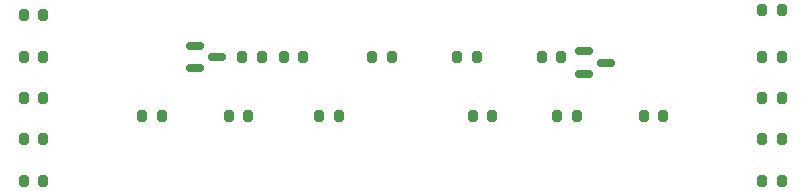
<source format=gbr>
%TF.GenerationSoftware,KiCad,Pcbnew,8.0.0*%
%TF.CreationDate,2024-03-24T17:38:24+02:00*%
%TF.ProjectId,Sensing1_0,53656e73-696e-4673-915f-302e6b696361,rev?*%
%TF.SameCoordinates,Original*%
%TF.FileFunction,Paste,Top*%
%TF.FilePolarity,Positive*%
%FSLAX46Y46*%
G04 Gerber Fmt 4.6, Leading zero omitted, Abs format (unit mm)*
G04 Created by KiCad (PCBNEW 8.0.0) date 2024-03-24 17:38:24*
%MOMM*%
%LPD*%
G01*
G04 APERTURE LIST*
G04 Aperture macros list*
%AMRoundRect*
0 Rectangle with rounded corners*
0 $1 Rounding radius*
0 $2 $3 $4 $5 $6 $7 $8 $9 X,Y pos of 4 corners*
0 Add a 4 corners polygon primitive as box body*
4,1,4,$2,$3,$4,$5,$6,$7,$8,$9,$2,$3,0*
0 Add four circle primitives for the rounded corners*
1,1,$1+$1,$2,$3*
1,1,$1+$1,$4,$5*
1,1,$1+$1,$6,$7*
1,1,$1+$1,$8,$9*
0 Add four rect primitives between the rounded corners*
20,1,$1+$1,$2,$3,$4,$5,0*
20,1,$1+$1,$4,$5,$6,$7,0*
20,1,$1+$1,$6,$7,$8,$9,0*
20,1,$1+$1,$8,$9,$2,$3,0*%
G04 Aperture macros list end*
%ADD10RoundRect,0.200000X-0.200000X-0.275000X0.200000X-0.275000X0.200000X0.275000X-0.200000X0.275000X0*%
%ADD11RoundRect,0.150000X-0.587500X-0.150000X0.587500X-0.150000X0.587500X0.150000X-0.587500X0.150000X0*%
G04 APERTURE END LIST*
D10*
%TO.C,R9*%
X97175000Y-53000000D03*
X98825000Y-53000000D03*
%TD*%
%TO.C,R21*%
X149675000Y-55000000D03*
X151325000Y-55000000D03*
%TD*%
%TO.C,R20*%
X149675000Y-51500000D03*
X151325000Y-51500000D03*
%TD*%
%TO.C,R19*%
X87175000Y-55000000D03*
X88825000Y-55000000D03*
%TD*%
%TO.C,R18*%
X149675000Y-48000000D03*
X151325000Y-48000000D03*
%TD*%
%TO.C,R17*%
X123850000Y-48000000D03*
X125500000Y-48000000D03*
%TD*%
%TO.C,R16*%
X116675000Y-48000000D03*
X118325000Y-48000000D03*
%TD*%
%TO.C,R15*%
X109175000Y-48000000D03*
X110825000Y-48000000D03*
%TD*%
%TO.C,R14*%
X149675000Y-58500000D03*
X151325000Y-58500000D03*
%TD*%
%TO.C,R13*%
X131000000Y-48000000D03*
X132650000Y-48000000D03*
%TD*%
%TO.C,R12*%
X87175000Y-44500000D03*
X88825000Y-44500000D03*
%TD*%
%TO.C,R11*%
X139675000Y-53000000D03*
X141325000Y-53000000D03*
%TD*%
%TO.C,R10*%
X132350000Y-53000000D03*
X134000000Y-53000000D03*
%TD*%
%TO.C,R8*%
X87175000Y-51500000D03*
X88825000Y-51500000D03*
%TD*%
%TO.C,R7*%
X87175000Y-48000000D03*
X88825000Y-48000000D03*
%TD*%
%TO.C,R6*%
X104500000Y-53000000D03*
X106150000Y-53000000D03*
%TD*%
%TO.C,R5*%
X125175000Y-53000000D03*
X126825000Y-53000000D03*
%TD*%
%TO.C,R4*%
X87175000Y-58500000D03*
X88825000Y-58500000D03*
%TD*%
%TO.C,R3*%
X112175000Y-53000000D03*
X113825000Y-53000000D03*
%TD*%
%TO.C,R2*%
X149675000Y-44000000D03*
X151325000Y-44000000D03*
%TD*%
%TO.C,R1*%
X105675000Y-48000000D03*
X107325000Y-48000000D03*
%TD*%
D11*
%TO.C,Q2*%
X134625000Y-47550000D03*
X134625000Y-49450000D03*
X136500000Y-48500000D03*
%TD*%
%TO.C,Q1*%
X101625000Y-47050000D03*
X101625000Y-48950000D03*
X103500000Y-48000000D03*
%TD*%
M02*

</source>
